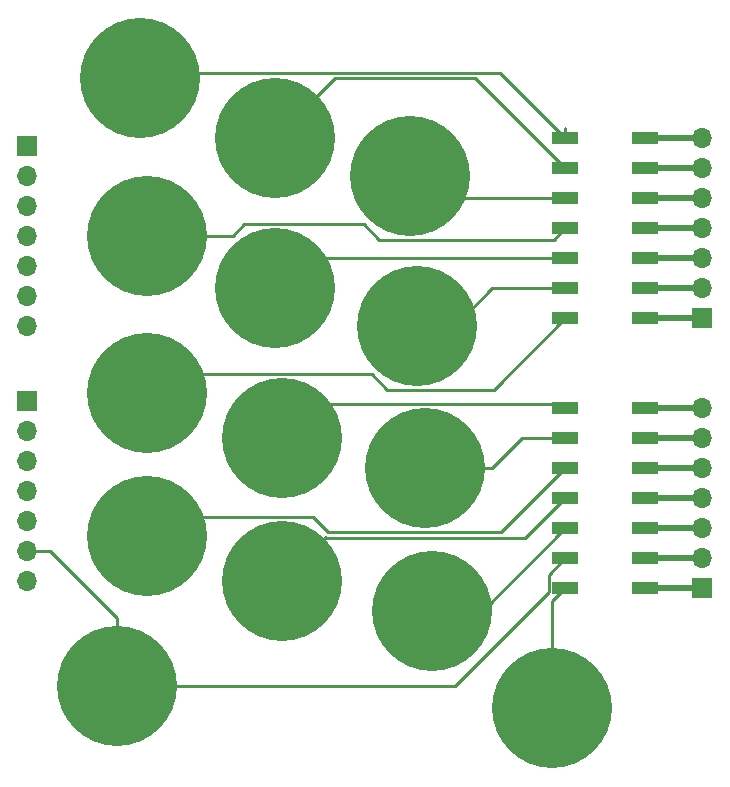
<source format=gbr>
%TF.GenerationSoftware,KiCad,Pcbnew,(5.1.6)-1*%
%TF.CreationDate,2020-11-13T18:32:27-06:00*%
%TF.ProjectId,BPS_Scrutineering,4250535f-5363-4727-9574-696e65657269,rev?*%
%TF.SameCoordinates,Original*%
%TF.FileFunction,Copper,L1,Top*%
%TF.FilePolarity,Positive*%
%FSLAX46Y46*%
G04 Gerber Fmt 4.6, Leading zero omitted, Abs format (unit mm)*
G04 Created by KiCad (PCBNEW (5.1.6)-1) date 2020-11-13 18:32:27*
%MOMM*%
%LPD*%
G01*
G04 APERTURE LIST*
%TA.AperFunction,SMDPad,CuDef*%
%ADD10R,2.160000X1.120000*%
%TD*%
%TA.AperFunction,ComponentPad*%
%ADD11C,10.160000*%
%TD*%
%TA.AperFunction,ComponentPad*%
%ADD12O,1.700000X1.700000*%
%TD*%
%TA.AperFunction,ComponentPad*%
%ADD13R,1.700000X1.700000*%
%TD*%
%TA.AperFunction,Conductor*%
%ADD14C,0.250000*%
%TD*%
%TA.AperFunction,Conductor*%
%ADD15C,0.500000*%
%TD*%
G04 APERTURE END LIST*
D10*
%TO.P,SW2,14*%
%TO.N,Net-(JC3-Pad7)*%
X142430000Y-83185000D03*
%TO.P,SW2,7*%
%TO.N,Net-(J14-Pad1)*%
X135700000Y-98425000D03*
%TO.P,SW2,13*%
%TO.N,Net-(JC3-Pad6)*%
X142430000Y-85725000D03*
%TO.P,SW2,6*%
%TO.N,Net-(J13-Pad1)*%
X135700000Y-95885000D03*
%TO.P,SW2,12*%
%TO.N,Net-(JC3-Pad5)*%
X142430000Y-88265000D03*
%TO.P,SW2,5*%
%TO.N,Net-(J12-Pad1)*%
X135700000Y-93345000D03*
%TO.P,SW2,11*%
%TO.N,Net-(JC3-Pad4)*%
X142430000Y-90805000D03*
%TO.P,SW2,4*%
%TO.N,Net-(J11-Pad1)*%
X135700000Y-90805000D03*
%TO.P,SW2,10*%
%TO.N,Net-(JC3-Pad3)*%
X142430000Y-93345000D03*
%TO.P,SW2,3*%
%TO.N,Net-(J10-Pad1)*%
X135700000Y-88265000D03*
%TO.P,SW2,9*%
%TO.N,Net-(JC3-Pad2)*%
X142430000Y-95885000D03*
%TO.P,SW2,2*%
%TO.N,Net-(J9-Pad1)*%
X135700000Y-85725000D03*
%TO.P,SW2,8*%
%TO.N,Net-(JC3-Pad1)*%
X142430000Y-98425000D03*
%TO.P,SW2,1*%
%TO.N,Net-(J8-Pad1)*%
X135700000Y-83185000D03*
%TD*%
%TO.P,SW1,14*%
%TO.N,Net-(JC2-Pad7)*%
X142430000Y-60325000D03*
%TO.P,SW1,7*%
%TO.N,Net-(J7-Pad1)*%
X135700000Y-75565000D03*
%TO.P,SW1,13*%
%TO.N,Net-(JC2-Pad6)*%
X142430000Y-62865000D03*
%TO.P,SW1,6*%
%TO.N,Net-(J6-Pad1)*%
X135700000Y-73025000D03*
%TO.P,SW1,12*%
%TO.N,Net-(JC2-Pad5)*%
X142430000Y-65405000D03*
%TO.P,SW1,5*%
%TO.N,Net-(J5-Pad1)*%
X135700000Y-70485000D03*
%TO.P,SW1,11*%
%TO.N,Net-(JC2-Pad4)*%
X142430000Y-67945000D03*
%TO.P,SW1,4*%
%TO.N,Net-(J4-Pad1)*%
X135700000Y-67945000D03*
%TO.P,SW1,10*%
%TO.N,Net-(JC2-Pad3)*%
X142430000Y-70485000D03*
%TO.P,SW1,3*%
%TO.N,Net-(J3-Pad1)*%
X135700000Y-65405000D03*
%TO.P,SW1,9*%
%TO.N,Net-(JC2-Pad2)*%
X142430000Y-73025000D03*
%TO.P,SW1,2*%
%TO.N,Net-(J2-Pad1)*%
X135700000Y-62865000D03*
%TO.P,SW1,8*%
%TO.N,Net-(JC2-Pad1)*%
X142430000Y-75565000D03*
%TO.P,SW1,1*%
%TO.N,Net-(J1-Pad1)*%
X135700000Y-60325000D03*
%TD*%
D11*
%TO.P,J14,1*%
%TO.N,Net-(J14-Pad1)*%
X134620000Y-108585000D03*
%TD*%
%TO.P,J13,1*%
%TO.N,Net-(J13-Pad1)*%
X97790000Y-106680000D03*
%TD*%
%TO.P,J12,1*%
%TO.N,Net-(J12-Pad1)*%
X124460000Y-100330000D03*
%TD*%
%TO.P,J11,1*%
%TO.N,Net-(J11-Pad1)*%
X111760000Y-97790000D03*
%TD*%
%TO.P,J10,1*%
%TO.N,Net-(J10-Pad1)*%
X100330000Y-93980000D03*
%TD*%
%TO.P,J9,1*%
%TO.N,Net-(J9-Pad1)*%
X123825000Y-88265000D03*
%TD*%
%TO.P,J8,1*%
%TO.N,Net-(J8-Pad1)*%
X111760000Y-85725000D03*
%TD*%
%TO.P,J7,1*%
%TO.N,Net-(J7-Pad1)*%
X100330000Y-81915000D03*
%TD*%
%TO.P,J6,1*%
%TO.N,Net-(J6-Pad1)*%
X123190000Y-76200000D03*
%TD*%
%TO.P,J5,1*%
%TO.N,Net-(J5-Pad1)*%
X111125000Y-73025000D03*
%TD*%
%TO.P,J4,1*%
%TO.N,Net-(J4-Pad1)*%
X100330000Y-68580000D03*
%TD*%
%TO.P,J3,1*%
%TO.N,Net-(J3-Pad1)*%
X122555000Y-63500000D03*
%TD*%
%TO.P,J2,1*%
%TO.N,Net-(J2-Pad1)*%
X111125000Y-60325000D03*
%TD*%
%TO.P,J1,1*%
%TO.N,Net-(J1-Pad1)*%
X99695000Y-55245000D03*
%TD*%
D12*
%TO.P,JC4,7*%
%TO.N,Net-(J14-Pad1)*%
X90170000Y-97790000D03*
%TO.P,JC4,6*%
%TO.N,Net-(J13-Pad1)*%
X90170000Y-95250000D03*
%TO.P,JC4,5*%
%TO.N,Net-(J12-Pad1)*%
X90170000Y-92710000D03*
%TO.P,JC4,4*%
%TO.N,Net-(J11-Pad1)*%
X90170000Y-90170000D03*
%TO.P,JC4,3*%
%TO.N,Net-(J10-Pad1)*%
X90170000Y-87630000D03*
%TO.P,JC4,2*%
%TO.N,Net-(J9-Pad1)*%
X90170000Y-85090000D03*
D13*
%TO.P,JC4,1*%
%TO.N,Net-(J8-Pad1)*%
X90170000Y-82550000D03*
%TD*%
D12*
%TO.P,JC3,7*%
%TO.N,Net-(JC3-Pad7)*%
X147320000Y-83185000D03*
%TO.P,JC3,6*%
%TO.N,Net-(JC3-Pad6)*%
X147320000Y-85725000D03*
%TO.P,JC3,5*%
%TO.N,Net-(JC3-Pad5)*%
X147320000Y-88265000D03*
%TO.P,JC3,4*%
%TO.N,Net-(JC3-Pad4)*%
X147320000Y-90805000D03*
%TO.P,JC3,3*%
%TO.N,Net-(JC3-Pad3)*%
X147320000Y-93345000D03*
%TO.P,JC3,2*%
%TO.N,Net-(JC3-Pad2)*%
X147320000Y-95885000D03*
D13*
%TO.P,JC3,1*%
%TO.N,Net-(JC3-Pad1)*%
X147320000Y-98425000D03*
%TD*%
D12*
%TO.P,JC2,7*%
%TO.N,Net-(JC2-Pad7)*%
X147320000Y-60325000D03*
%TO.P,JC2,6*%
%TO.N,Net-(JC2-Pad6)*%
X147320000Y-62865000D03*
%TO.P,JC2,5*%
%TO.N,Net-(JC2-Pad5)*%
X147320000Y-65405000D03*
%TO.P,JC2,4*%
%TO.N,Net-(JC2-Pad4)*%
X147320000Y-67945000D03*
%TO.P,JC2,3*%
%TO.N,Net-(JC2-Pad3)*%
X147320000Y-70485000D03*
%TO.P,JC2,2*%
%TO.N,Net-(JC2-Pad2)*%
X147320000Y-73025000D03*
D13*
%TO.P,JC2,1*%
%TO.N,Net-(JC2-Pad1)*%
X147320000Y-75565000D03*
%TD*%
D12*
%TO.P,JC1,7*%
%TO.N,Net-(J7-Pad1)*%
X90170000Y-76200000D03*
%TO.P,JC1,6*%
%TO.N,Net-(J6-Pad1)*%
X90170000Y-73660000D03*
%TO.P,JC1,5*%
%TO.N,Net-(J5-Pad1)*%
X90170000Y-71120000D03*
%TO.P,JC1,4*%
%TO.N,Net-(J4-Pad1)*%
X90170000Y-68580000D03*
%TO.P,JC1,3*%
%TO.N,Net-(J3-Pad1)*%
X90170000Y-66040000D03*
%TO.P,JC1,2*%
%TO.N,Net-(J2-Pad1)*%
X90170000Y-63500000D03*
D13*
%TO.P,JC1,1*%
%TO.N,Net-(J1-Pad1)*%
X90170000Y-60960000D03*
%TD*%
D14*
%TO.N,Net-(J1-Pad1)*%
X135700000Y-60325000D02*
X135700000Y-59500000D01*
X99695000Y-55245000D02*
X100145009Y-54794991D01*
X130169991Y-54794991D02*
X135700000Y-60325000D01*
X100145009Y-54794991D02*
X130169991Y-54794991D01*
%TO.N,Net-(J2-Pad1)*%
X116204999Y-55245001D02*
X111125000Y-60325000D01*
X128080001Y-55245001D02*
X116204999Y-55245001D01*
X135700000Y-62865000D02*
X128080001Y-55245001D01*
%TO.N,Net-(J3-Pad1)*%
X124460000Y-65405000D02*
X122555000Y-63500000D01*
X135700000Y-65405000D02*
X124460000Y-65405000D01*
%TO.N,Net-(J4-Pad1)*%
X134739999Y-68905001D02*
X135700000Y-67945000D01*
X118675597Y-67619999D02*
X119960599Y-68905001D01*
X119960599Y-68905001D02*
X134739999Y-68905001D01*
X107570598Y-68580000D02*
X108530599Y-67619999D01*
X108530599Y-67619999D02*
X118675597Y-67619999D01*
X100330000Y-68580000D02*
X107570598Y-68580000D01*
%TO.N,Net-(J5-Pad1)*%
X113665000Y-70485000D02*
X135700000Y-70485000D01*
X111125000Y-73025000D02*
X113665000Y-70485000D01*
%TO.N,Net-(J6-Pad1)*%
X123190000Y-76200000D02*
X126365000Y-76200000D01*
X129540000Y-73025000D02*
X135700000Y-73025000D01*
X126365000Y-76200000D02*
X129540000Y-73025000D01*
%TO.N,Net-(J7-Pad1)*%
X129659999Y-81605001D02*
X135700000Y-75565000D01*
X120595599Y-81605001D02*
X129659999Y-81605001D01*
X119310597Y-80319999D02*
X120595599Y-81605001D01*
X101925001Y-80319999D02*
X119310597Y-80319999D01*
X100330000Y-81915000D02*
X101925001Y-80319999D01*
%TO.N,Net-(J8-Pad1)*%
X121285000Y-82859999D02*
X134104999Y-82859999D01*
X135374999Y-82859999D02*
X135700000Y-83185000D01*
X114625001Y-82859999D02*
X135374999Y-82859999D01*
X111760000Y-85725000D02*
X114625001Y-82859999D01*
%TO.N,Net-(J9-Pad1)*%
X123825000Y-88265000D02*
X129540000Y-88265000D01*
X132080000Y-85725000D02*
X135700000Y-85725000D01*
X129540000Y-88265000D02*
X132080000Y-85725000D01*
%TO.N,Net-(J10-Pad1)*%
X126674999Y-93670001D02*
X115639403Y-93670001D01*
X115639403Y-93670001D02*
X130294999Y-93670001D01*
X130294999Y-93670001D02*
X135700000Y-88265000D01*
X114354401Y-92384999D02*
X115639403Y-93670001D01*
X101925001Y-92384999D02*
X114354401Y-92384999D01*
X100330000Y-93980000D02*
X101925001Y-92384999D01*
%TO.N,Net-(J11-Pad1)*%
X115429989Y-94120011D02*
X111760000Y-97790000D01*
X132340010Y-94164990D02*
X135700000Y-90805000D01*
X115385010Y-94164990D02*
X132340010Y-94164990D01*
X111760000Y-97790000D02*
X115385010Y-94164990D01*
%TO.N,Net-(J12-Pad1)*%
X128715000Y-100330000D02*
X135700000Y-93345000D01*
X124460000Y-100330000D02*
X128715000Y-100330000D01*
%TO.N,Net-(J13-Pad1)*%
X98734999Y-105735001D02*
X97790000Y-106680000D01*
X90170000Y-95250000D02*
X92075000Y-95250000D01*
X97790000Y-100965000D02*
X97790000Y-106680000D01*
X92075000Y-95250000D02*
X97790000Y-100965000D01*
X134294999Y-97290001D02*
X134294999Y-98750001D01*
X135700000Y-95885000D02*
X134294999Y-97290001D01*
X126365000Y-106680000D02*
X97790000Y-106680000D01*
X134294999Y-98750001D02*
X126365000Y-106680000D01*
%TO.N,Net-(J14-Pad1)*%
X135700000Y-107505000D02*
X134620000Y-108585000D01*
X134620000Y-99505000D02*
X135700000Y-98425000D01*
X134620000Y-108585000D02*
X134620000Y-99505000D01*
D15*
%TO.N,Net-(JC2-Pad7)*%
X147320000Y-60325000D02*
X142430000Y-60325000D01*
%TO.N,Net-(JC2-Pad6)*%
X147320000Y-62865000D02*
X142430000Y-62865000D01*
%TO.N,Net-(JC2-Pad5)*%
X147320000Y-65405000D02*
X142430000Y-65405000D01*
%TO.N,Net-(JC2-Pad4)*%
X147320000Y-67945000D02*
X142430000Y-67945000D01*
%TO.N,Net-(JC2-Pad3)*%
X147320000Y-70485000D02*
X142430000Y-70485000D01*
%TO.N,Net-(JC2-Pad2)*%
X147320000Y-73025000D02*
X142430000Y-73025000D01*
%TO.N,Net-(JC2-Pad1)*%
X147320000Y-75565000D02*
X142430000Y-75565000D01*
%TO.N,Net-(JC3-Pad7)*%
X142430000Y-83185000D02*
X147320000Y-83185000D01*
%TO.N,Net-(JC3-Pad6)*%
X142430000Y-85725000D02*
X147320000Y-85725000D01*
%TO.N,Net-(JC3-Pad5)*%
X142430000Y-88265000D02*
X147320000Y-88265000D01*
%TO.N,Net-(JC3-Pad4)*%
X147320000Y-90805000D02*
X142430000Y-90805000D01*
%TO.N,Net-(JC3-Pad3)*%
X147320000Y-93345000D02*
X142430000Y-93345000D01*
%TO.N,Net-(JC3-Pad2)*%
X142430000Y-95885000D02*
X147320000Y-95885000D01*
%TO.N,Net-(JC3-Pad1)*%
X147320000Y-98425000D02*
X142430000Y-98425000D01*
%TD*%
M02*

</source>
